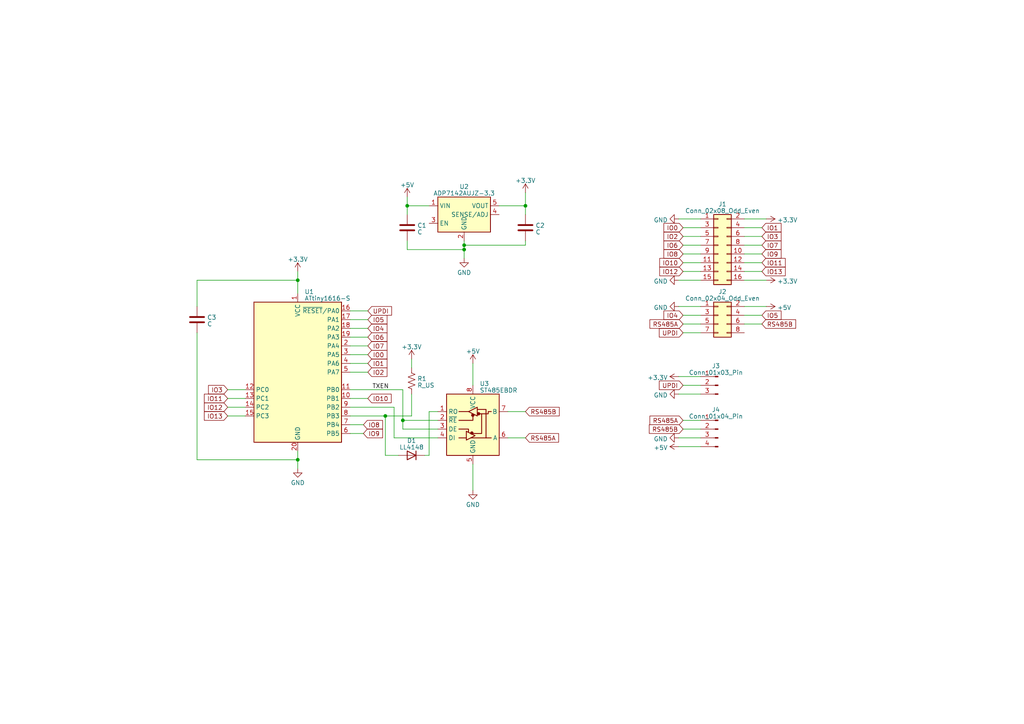
<source format=kicad_sch>
(kicad_sch (version 20230121) (generator eeschema)
  (paper "A4")
  (lib_symbols
    (symbol "Connector:Conn_01x03_Pin" (pin_names (offset 1.016) hide)
      (property "Reference" "J" (at 0 5.08 0))
      (property "Value" "Conn_01x03_Pin" (at 0 -5.08 0))
      (symbol "Conn_01x03_Pin_1_1"
        (polyline (pts (xy 1.27 -2.54) (xy 0.8636 -2.54)) (stroke (width 0.1524)))
        (polyline (pts (xy 1.27 0) (xy 0.8636 0)) (stroke (width 0.1524)))
        (polyline (pts (xy 1.27 2.54) (xy 0.8636 2.54)) (stroke (width 0.1524)))
        (rectangle (start 0.8636 -2.413) (end 0 -2.667) (stroke (width 0.1524)) (fill (type outline)))
        (rectangle (start 0.8636 0.127) (end 0 -0.127) (stroke (width 0.1524)) (fill (type outline)))
        (rectangle (start 0.8636 2.667) (end 0 2.413) (stroke (width 0.1524)) (fill (type outline)))
        (pin passive line (at 5.08 2.54 180) (length 3.81) (name "Pin_1") (number "1"))
        (pin passive line (at 5.08 0 180) (length 3.81) (name "Pin_2") (number "2"))
        (pin passive line (at 5.08 -2.54 180) (length 3.81) (name "Pin_3") (number "3"))
      )
    )
    (symbol "Connector:Conn_01x04_Pin" (pin_names (offset 1.016) hide)
      (property "Reference" "J" (at 0 5.08 0))
      (property "Value" "Conn_01x04_Pin" (at 0 -7.62 0))
      (symbol "Conn_01x04_Pin_1_1"
        (polyline (pts (xy 1.27 -5.08) (xy 0.8636 -5.08)) (stroke (width 0.1524)))
        (polyline (pts (xy 1.27 -2.54) (xy 0.8636 -2.54)) (stroke (width 0.1524)))
        (polyline (pts (xy 1.27 0) (xy 0.8636 0)) (stroke (width 0.1524)))
        (polyline (pts (xy 1.27 2.54) (xy 0.8636 2.54)) (stroke (width 0.1524)))
        (rectangle (start 0.8636 -4.953) (end 0 -5.207) (stroke (width 0.1524)) (fill (type outline)))
        (rectangle (start 0.8636 -2.413) (end 0 -2.667) (stroke (width 0.1524)) (fill (type outline)))
        (rectangle (start 0.8636 0.127) (end 0 -0.127) (stroke (width 0.1524)) (fill (type outline)))
        (rectangle (start 0.8636 2.667) (end 0 2.413) (stroke (width 0.1524)) (fill (type outline)))
        (pin passive line (at 5.08 2.54 180) (length 3.81) (name "Pin_1") (number "1"))
        (pin passive line (at 5.08 0 180) (length 3.81) (name "Pin_2") (number "2"))
        (pin passive line (at 5.08 -2.54 180) (length 3.81) (name "Pin_3") (number "3"))
        (pin passive line (at 5.08 -5.08 180) (length 3.81) (name "Pin_4") (number "4"))
      )
    )
    (symbol "Connector_Generic:Conn_02x04_Odd_Even" (pin_names (offset 1.016) hide)
      (property "Reference" "J" (at 1.27 5.08 0))
      (property "Value" "Conn_02x04_Odd_Even" (at 1.27 -7.62 0))
      (symbol "Conn_02x04_Odd_Even_1_1"
        (rectangle (start -1.27 -4.953) (end 0 -5.207) (stroke (width 0.1524)))
        (rectangle (start -1.27 -2.413) (end 0 -2.667) (stroke (width 0.1524)))
        (rectangle (start -1.27 0.127) (end 0 -0.127) (stroke (width 0.1524)))
        (rectangle (start -1.27 2.667) (end 0 2.413) (stroke (width 0.1524)))
        (rectangle (start -1.27 3.81) (end 3.81 -6.35) (stroke (width 0.254)) (fill (type background)))
        (rectangle (start 3.81 -4.953) (end 2.54 -5.207) (stroke (width 0.1524)))
        (rectangle (start 3.81 -2.413) (end 2.54 -2.667) (stroke (width 0.1524)))
        (rectangle (start 3.81 0.127) (end 2.54 -0.127) (stroke (width 0.1524)))
        (rectangle (start 3.81 2.667) (end 2.54 2.413) (stroke (width 0.1524)))
        (pin passive line (at -5.08 2.54 0) (length 3.81) (name "Pin_1") (number "1"))
        (pin passive line (at 7.62 2.54 180) (length 3.81) (name "Pin_2") (number "2"))
        (pin passive line (at -5.08 0 0) (length 3.81) (name "Pin_3") (number "3"))
        (pin passive line (at 7.62 0 180) (length 3.81) (name "Pin_4") (number "4"))
        (pin passive line (at -5.08 -2.54 0) (length 3.81) (name "Pin_5") (number "5"))
        (pin passive line (at 7.62 -2.54 180) (length 3.81) (name "Pin_6") (number "6"))
        (pin passive line (at -5.08 -5.08 0) (length 3.81) (name "Pin_7") (number "7"))
        (pin passive line (at 7.62 -5.08 180) (length 3.81) (name "Pin_8") (number "8"))
      )
    )
    (symbol "Connector_Generic:Conn_02x08_Odd_Even" (pin_names (offset 1.016) hide)
      (property "Reference" "J" (at 1.27 10.16 0))
      (property "Value" "Conn_02x08_Odd_Even" (at 1.27 -12.7 0))
      (symbol "Conn_02x08_Odd_Even_1_1"
        (rectangle (start -1.27 -10.033) (end 0 -10.287) (stroke (width 0.1524)))
        (rectangle (start -1.27 -7.493) (end 0 -7.747) (stroke (width 0.1524)))
        (rectangle (start -1.27 -4.953) (end 0 -5.207) (stroke (width 0.1524)))
        (rectangle (start -1.27 -2.413) (end 0 -2.667) (stroke (width 0.1524)))
        (rectangle (start -1.27 0.127) (end 0 -0.127) (stroke (width 0.1524)))
        (rectangle (start -1.27 2.667) (end 0 2.413) (stroke (width 0.1524)))
        (rectangle (start -1.27 5.207) (end 0 4.953) (stroke (width 0.1524)))
        (rectangle (start -1.27 7.747) (end 0 7.493) (stroke (width 0.1524)))
        (rectangle (start -1.27 8.89) (end 3.81 -11.43) (stroke (width 0.254)) (fill (type background)))
        (rectangle (start 3.81 -10.033) (end 2.54 -10.287) (stroke (width 0.1524)))
        (rectangle (start 3.81 -7.493) (end 2.54 -7.747) (stroke (width 0.1524)))
        (rectangle (start 3.81 -4.953) (end 2.54 -5.207) (stroke (width 0.1524)))
        (rectangle (start 3.81 -2.413) (end 2.54 -2.667) (stroke (width 0.1524)))
        (rectangle (start 3.81 0.127) (end 2.54 -0.127) (stroke (width 0.1524)))
        (rectangle (start 3.81 2.667) (end 2.54 2.413) (stroke (width 0.1524)))
        (rectangle (start 3.81 5.207) (end 2.54 4.953) (stroke (width 0.1524)))
        (rectangle (start 3.81 7.747) (end 2.54 7.493) (stroke (width 0.1524)))
        (pin passive line (at -5.08 7.62 0) (length 3.81) (name "Pin_1") (number "1"))
        (pin passive line (at 7.62 -2.54 180) (length 3.81) (name "Pin_10") (number "10"))
        (pin passive line (at -5.08 -5.08 0) (length 3.81) (name "Pin_11") (number "11"))
        (pin passive line (at 7.62 -5.08 180) (length 3.81) (name "Pin_12") (number "12"))
        (pin passive line (at -5.08 -7.62 0) (length 3.81) (name "Pin_13") (number "13"))
        (pin passive line (at 7.62 -7.62 180) (length 3.81) (name "Pin_14") (number "14"))
        (pin passive line (at -5.08 -10.16 0) (length 3.81) (name "Pin_15") (number "15"))
        (pin passive line (at 7.62 -10.16 180) (length 3.81) (name "Pin_16") (number "16"))
        (pin passive line (at 7.62 7.62 180) (length 3.81) (name "Pin_2") (number "2"))
        (pin passive line (at -5.08 5.08 0) (length 3.81) (name "Pin_3") (number "3"))
        (pin passive line (at 7.62 5.08 180) (length 3.81) (name "Pin_4") (number "4"))
        (pin passive line (at -5.08 2.54 0) (length 3.81) (name "Pin_5") (number "5"))
        (pin passive line (at 7.62 2.54 180) (length 3.81) (name "Pin_6") (number "6"))
        (pin passive line (at -5.08 0 0) (length 3.81) (name "Pin_7") (number "7"))
        (pin passive line (at 7.62 0 180) (length 3.81) (name "Pin_8") (number "8"))
        (pin passive line (at -5.08 -2.54 0) (length 3.81) (name "Pin_9") (number "9"))
      )
    )
    (symbol "Device:C" (pin_numbers hide) (pin_names (offset 0.254))
      (property "Reference" "C" (at 0.635 2.54 0))
      (property "Value" "C" (at 0.635 -2.54 0))
      (symbol "C_0_1"
        (polyline (pts (xy -2.032 -0.762) (xy 2.032 -0.762)) (stroke (width 0.508)))
        (polyline (pts (xy -2.032 0.762) (xy 2.032 0.762)) (stroke (width 0.508)))
      )
      (symbol "C_1_1"
        (pin passive line (at 0 3.81 270) (length 2.794) (name "~") (number "1"))
        (pin passive line (at 0 -3.81 90) (length 2.794) (name "~") (number "2"))
      )
    )
    (symbol "Device:R_US" (pin_numbers hide) (pin_names (offset 0))
      (property "Reference" "R" (at 2.54 0 90))
      (property "Value" "R_US" (at -2.54 0 90))
      (symbol "R_US_0_1"
        (polyline (pts (xy 0 -2.286) (xy 0 -2.54)))
        (polyline (pts (xy 0 2.286) (xy 0 2.54)))
        (polyline (pts (xy 0 -0.762) (xy 1.016 -1.143) (xy 0 -1.524) (xy -1.016 -1.905) (xy 0 -2.286)))
        (polyline (pts (xy 0 0.762) (xy 1.016 0.381) (xy 0 0) (xy -1.016 -0.381) (xy 0 -0.762)))
        (polyline (pts (xy 0 2.286) (xy 1.016 1.905) (xy 0 1.524) (xy -1.016 1.143) (xy 0 0.762)))
      )
      (symbol "R_US_1_1"
        (pin passive line (at 0 3.81 270) (length 1.27) (name "~") (number "1"))
        (pin passive line (at 0 -3.81 90) (length 1.27) (name "~") (number "2"))
      )
    )
    (symbol "Diode:LL4148" (pin_numbers hide) (pin_names hide)
      (property "Reference" "D" (at 0 2.54 0))
      (property "Value" "LL4148" (at 0 -2.54 0))
      (symbol "LL4148_0_1"
        (polyline (pts (xy -1.27 1.27) (xy -1.27 -1.27)) (stroke (width 0.254)))
        (polyline (pts (xy 1.27 0) (xy -1.27 0)))
        (polyline (pts (xy 1.27 1.27) (xy 1.27 -1.27) (xy -1.27 0) (xy 1.27 1.27)) (stroke (width 0.254)))
      )
      (symbol "LL4148_1_1"
        (pin passive line (at -3.81 0 0) (length 2.54) (name "K") (number "1"))
        (pin passive line (at 3.81 0 180) (length 2.54) (name "A") (number "2"))
      )
    )
    (symbol "Interface_UART:ST485EBDR"
      (property "Reference" "U" (at -6.35 8.89 0))
      (property "Value" "ST485EBDR" (at 1.27 8.89 0))
      (symbol "ST485EBDR_0_1"
        (rectangle (start -7.62 7.62) (end 7.62 -10.16) (stroke (width 0.254)) (fill (type background)))
        (circle (center -0.3048 -3.683) (radius 0.3556) (stroke (width 0.254)) (fill (type outline)))
        (circle (center -0.0254 1.4986) (radius 0.3556) (stroke (width 0.254)) (fill (type outline)))
        (polyline (pts (xy -4.064 -5.08) (xy -1.905 -5.08)) (stroke (width 0.254)))
        (polyline (pts (xy -4.064 2.54) (xy -1.27 2.54)) (stroke (width 0.254)))
        (polyline (pts (xy -1.27 -3.2004) (xy -1.27 -3.4544)) (stroke (width 0.254)))
        (polyline (pts (xy -0.635 -5.08) (xy 5.334 -5.08)) (stroke (width 0.254)))
        (polyline (pts (xy -4.064 -2.54) (xy -1.27 -2.54) (xy -1.27 -3.175)) (stroke (width 0.254)))
        (polyline (pts (xy 0 1.27) (xy 0 0) (xy -4.064 0)) (stroke (width 0.254)))
        (polyline (pts (xy 1.27 3.175) (xy 3.81 3.175) (xy 3.81 -5.08)) (stroke (width 0.254)))
        (polyline (pts (xy 2.54 1.905) (xy 2.54 -3.81) (xy 0 -3.81)) (stroke (width 0.254)))
        (polyline (pts (xy -1.905 -3.175) (xy -1.905 -5.715) (xy 0.635 -4.445) (xy -1.905 -3.175)) (stroke (width 0.254)))
        (polyline (pts (xy -1.27 2.54) (xy 1.27 3.81) (xy 1.27 1.27) (xy -1.27 2.54)) (stroke (width 0.254)))
        (polyline (pts (xy 1.905 1.905) (xy 4.445 1.905) (xy 4.445 2.54) (xy 5.334 2.54)) (stroke (width 0.254)))
        (rectangle (start 1.27 3.175) (end 1.27 3.175))
        (circle (center 1.651 1.905) (radius 0.3556) (stroke (width 0.254)) (fill (type outline)))
      )
      (symbol "ST485EBDR_1_1"
        (pin output line (at -10.16 2.54 0) (length 2.54) (name "RO") (number "1"))
        (pin input line (at -10.16 0 0) (length 2.54) (name "~{RE}") (number "2"))
        (pin input line (at -10.16 -2.54 0) (length 2.54) (name "DE") (number "3"))
        (pin input line (at -10.16 -5.08 0) (length 2.54) (name "DI") (number "4"))
        (pin power_in line (at 0 -12.7 90) (length 2.54) (name "GND") (number "5"))
        (pin bidirectional line (at 10.16 -5.08 180) (length 2.54) (name "A") (number "6"))
        (pin bidirectional line (at 10.16 2.54 180) (length 2.54) (name "B") (number "7"))
        (pin power_in line (at 0 10.16 270) (length 2.54) (name "VCC") (number "8"))
      )
    )
    (symbol "MCU_Microchip_ATtiny:ATtiny1616-S"
      (property "Reference" "U" (at -12.7 21.59 0))
      (property "Value" "ATtiny1616-S" (at 2.54 -21.59 0))
      (symbol "ATtiny1616-S_0_1"
        (rectangle (start -12.7 -20.32) (end 12.7 20.32) (stroke (width 0.254)) (fill (type background)))
      )
      (symbol "ATtiny1616-S_1_1"
        (pin power_in line (at 0 22.86 270) (length 2.54) (name "VCC") (number "1"))
        (pin bidirectional line (at 15.24 -7.62 180) (length 2.54) (name "PB1") (number "10"))
        (pin bidirectional line (at 15.24 -5.08 180) (length 2.54) (name "PB0") (number "11"))
        (pin bidirectional line (at -15.24 -5.08 0) (length 2.54) (name "PC0") (number "12"))
        (pin bidirectional line (at -15.24 -7.62 0) (length 2.54) (name "PC1") (number "13"))
        (pin bidirectional line (at -15.24 -10.16 0) (length 2.54) (name "PC2") (number "14"))
        (pin bidirectional line (at -15.24 -12.7 0) (length 2.54) (name "PC3") (number "15"))
        (pin bidirectional line (at 15.24 17.78 180) (length 2.54) (name "~{RESET}/PA0") (number "16"))
        (pin bidirectional line (at 15.24 15.24 180) (length 2.54) (name "PA1") (number "17"))
        (pin bidirectional line (at 15.24 12.7 180) (length 2.54) (name "PA2") (number "18"))
        (pin bidirectional line (at 15.24 10.16 180) (length 2.54) (name "PA3") (number "19"))
        (pin bidirectional line (at 15.24 7.62 180) (length 2.54) (name "PA4") (number "2"))
        (pin power_in line (at 0 -22.86 90) (length 2.54) (name "GND") (number "20"))
        (pin bidirectional line (at 15.24 5.08 180) (length 2.54) (name "PA5") (number "3"))
        (pin bidirectional line (at 15.24 2.54 180) (length 2.54) (name "PA6") (number "4"))
        (pin bidirectional line (at 15.24 0 180) (length 2.54) (name "PA7") (number "5"))
        (pin bidirectional line (at 15.24 -17.78 180) (length 2.54) (name "PB5") (number "6"))
        (pin bidirectional line (at 15.24 -15.24 180) (length 2.54) (name "PB4") (number "7"))
        (pin bidirectional line (at 15.24 -12.7 180) (length 2.54) (name "PB3") (number "8"))
        (pin bidirectional line (at 15.24 -10.16 180) (length 2.54) (name "PB2") (number "9"))
      )
    )
    (symbol "Regulator_Linear:ADP7142AUJZ-3.3"
      (property "Reference" "U" (at 0 8.89 0))
      (property "Value" "ADP7142AUJZ-3.3" (at 0 6.35 0))
      (symbol "ADP7142AUJZ-3.3_0_1"
        (rectangle (start -7.62 5.08) (end 7.62 -5.08) (stroke (width 0.254)) (fill (type background)))
      )
      (symbol "ADP7142AUJZ-3.3_1_1"
        (pin power_in line (at -10.16 2.54 0) (length 2.54) (name "VIN") (number "1"))
        (pin power_in line (at 0 -7.62 90) (length 2.54) (name "GND") (number "2"))
        (pin input line (at -10.16 -2.54 0) (length 2.54) (name "EN") (number "3"))
        (pin input line (at 10.16 0 180) (length 2.54) (name "SENSE/ADJ") (number "4"))
        (pin power_out line (at 10.16 2.54 180) (length 2.54) (name "VOUT") (number "5"))
      )
    )
    (symbol "power:+3.3V" (power) (pin_names (offset 0))
      (property "Value" "+3.3V" (at 0 3.556 0))
      (symbol "+3.3V_0_1"
        (polyline (pts (xy -0.762 1.27) (xy 0 2.54)))
        (polyline (pts (xy 0 0) (xy 0 2.54)))
        (polyline (pts (xy 0 2.54) (xy 0.762 1.27)))
      )
      (symbol "+3.3V_1_1"
        (pin power_in line (at 0 0 90) (length 0) hide (name "+3.3V") (number "1"))
      )
    )
    (symbol "power:+5V" (power) (pin_names (offset 0))
      (property "Value" "+5V" (at 0 3.556 0))
      (symbol "+5V_0_1"
        (polyline (pts (xy -0.762 1.27) (xy 0 2.54)))
        (polyline (pts (xy 0 0) (xy 0 2.54)))
        (polyline (pts (xy 0 2.54) (xy 0.762 1.27)))
      )
      (symbol "+5V_1_1"
        (pin power_in line (at 0 0 90) (length 0) hide (name "+5V") (number "1"))
      )
    )
    (symbol "power:GND" (power) (pin_names (offset 0))
      (property "Value" "GND" (at 0 -3.81 0))
      (symbol "GND_0_1"
        (polyline (pts (xy 0 0) (xy 0 -1.27) (xy 1.27 -1.27) (xy 0 -2.54) (xy -1.27 -1.27) (xy 0 -1.27)))
      )
      (symbol "GND_1_1"
        (pin power_in line (at 0 0 270) (length 0) hide (name "GND") (number "1"))
      )
    )
  )
  (junction (at 134.62 72.39))
  (junction (at 111.76 120.65))
  (junction (at 116.84 121.92))
  (junction (at 86.36 81.28))
  (junction (at 118.11 59.69))
  (junction (at 86.36 133.35))
  (junction (at 134.62 71.12))
  (junction (at 152.4 59.69))
  (wire (pts (xy 137.16 105.41) (xy 137.16 111.76)))
  (wire (pts (xy 116.84 113.03) (xy 116.84 121.92)))
  (wire (pts (xy 137.16 134.62) (xy 137.16 142.24)))
  (wire (pts (xy 111.76 132.08) (xy 115.57 132.08)))
  (wire (pts (xy 101.6 120.65) (xy 111.76 120.65)))
  (wire (pts (xy 127 127) (xy 114.3 127)))
  (wire (pts (xy 196.85 127) (xy 203.2 127)))
  (wire (pts (xy 196.85 129.54) (xy 203.2 129.54)))
  (wire (pts (xy 203.2 121.92) (xy 198.12 121.92)))
  (wire (pts (xy 203.2 96.52) (xy 198.12 96.52)))
  (wire (pts (xy 119.38 104.14) (xy 119.38 106.68)))
  (wire (pts (xy 147.32 127) (xy 152.4 127)))
  (wire (pts (xy 147.32 119.38) (xy 152.4 119.38)))
  (wire (pts (xy 215.9 93.98) (xy 220.98 93.98)))
  (wire (pts (xy 215.9 76.2) (xy 220.98 76.2)))
  (wire (pts (xy 101.6 115.57) (xy 106.68 115.57)))
  (wire (pts (xy 101.6 92.71) (xy 106.68 92.71)))
  (wire (pts (xy 215.9 73.66) (xy 220.98 73.66)))
  (wire (pts (xy 152.4 59.69) (xy 152.4 62.23)))
  (wire (pts (xy 118.11 72.39) (xy 134.62 72.39)))
  (wire (pts (xy 57.15 88.9) (xy 57.15 81.28)))
  (wire (pts (xy 101.6 97.79) (xy 106.68 97.79)))
  (wire (pts (xy 203.2 93.98) (xy 198.12 93.98)))
  (wire (pts (xy 196.85 109.22) (xy 203.2 109.22)))
  (wire (pts (xy 203.2 71.12) (xy 198.12 71.12)))
  (wire (pts (xy 101.6 105.41) (xy 106.68 105.41)))
  (wire (pts (xy 114.3 127) (xy 114.3 118.11)))
  (wire (pts (xy 215.9 81.28) (xy 222.25 81.28)))
  (wire (pts (xy 57.15 96.52) (xy 57.15 133.35)))
  (wire (pts (xy 203.2 91.44) (xy 198.12 91.44)))
  (wire (pts (xy 86.36 130.81) (xy 86.36 133.35)))
  (wire (pts (xy 203.2 66.04) (xy 198.12 66.04)))
  (wire (pts (xy 152.4 55.88) (xy 152.4 59.69)))
  (wire (pts (xy 203.2 111.76) (xy 198.12 111.76)))
  (wire (pts (xy 118.11 69.85) (xy 118.11 72.39)))
  (wire (pts (xy 101.6 95.25) (xy 106.68 95.25)))
  (wire (pts (xy 57.15 81.28) (xy 86.36 81.28)))
  (wire (pts (xy 203.2 68.58) (xy 198.12 68.58)))
  (wire (pts (xy 196.85 114.3) (xy 203.2 114.3)))
  (wire (pts (xy 57.15 133.35) (xy 86.36 133.35)))
  (wire (pts (xy 203.2 78.74) (xy 198.12 78.74)))
  (wire (pts (xy 203.2 76.2) (xy 198.12 76.2)))
  (wire (pts (xy 152.4 59.69) (xy 144.78 59.69)))
  (wire (pts (xy 124.46 132.08) (xy 124.46 119.38)))
  (wire (pts (xy 196.85 81.28) (xy 203.2 81.28)))
  (wire (pts (xy 101.6 113.03) (xy 116.84 113.03)))
  (wire (pts (xy 101.6 125.73) (xy 105.41 125.73)))
  (wire (pts (xy 215.9 91.44) (xy 220.98 91.44)))
  (wire (pts (xy 196.85 88.9) (xy 203.2 88.9)))
  (wire (pts (xy 116.84 124.46) (xy 116.84 121.92)))
  (wire (pts (xy 101.6 123.19) (xy 105.41 123.19)))
  (wire (pts (xy 86.36 133.35) (xy 86.36 135.89)))
  (wire (pts (xy 215.9 68.58) (xy 220.98 68.58)))
  (wire (pts (xy 124.46 119.38) (xy 127 119.38)))
  (wire (pts (xy 101.6 100.33) (xy 106.68 100.33)))
  (wire (pts (xy 215.9 88.9) (xy 222.25 88.9)))
  (wire (pts (xy 71.12 118.11) (xy 66.04 118.11)))
  (wire (pts (xy 101.6 107.95) (xy 106.68 107.95)))
  (wire (pts (xy 101.6 90.17) (xy 106.68 90.17)))
  (wire (pts (xy 134.62 72.39) (xy 134.62 74.93)))
  (wire (pts (xy 196.85 63.5) (xy 203.2 63.5)))
  (wire (pts (xy 119.38 120.65) (xy 111.76 120.65)))
  (wire (pts (xy 152.4 69.85) (xy 152.4 71.12)))
  (wire (pts (xy 127 124.46) (xy 116.84 124.46)))
  (wire (pts (xy 215.9 63.5) (xy 222.25 63.5)))
  (wire (pts (xy 118.11 59.69) (xy 124.46 59.69)))
  (wire (pts (xy 116.84 121.92) (xy 127 121.92)))
  (wire (pts (xy 86.36 81.28) (xy 86.36 85.09)))
  (wire (pts (xy 118.11 59.69) (xy 118.11 62.23)))
  (wire (pts (xy 215.9 66.04) (xy 220.98 66.04)))
  (wire (pts (xy 215.9 71.12) (xy 220.98 71.12)))
  (wire (pts (xy 71.12 113.03) (xy 66.04 113.03)))
  (wire (pts (xy 119.38 114.3) (xy 119.38 120.65)))
  (wire (pts (xy 134.62 69.85) (xy 134.62 71.12)))
  (wire (pts (xy 203.2 124.46) (xy 198.12 124.46)))
  (wire (pts (xy 71.12 120.65) (xy 66.04 120.65)))
  (wire (pts (xy 111.76 120.65) (xy 111.76 132.08)))
  (wire (pts (xy 203.2 73.66) (xy 198.12 73.66)))
  (wire (pts (xy 71.12 115.57) (xy 66.04 115.57)))
  (wire (pts (xy 86.36 78.74) (xy 86.36 81.28)))
  (wire (pts (xy 114.3 118.11) (xy 101.6 118.11)))
  (wire (pts (xy 215.9 78.74) (xy 220.98 78.74)))
  (wire (pts (xy 123.19 132.08) (xy 124.46 132.08)))
  (wire (pts (xy 134.62 71.12) (xy 134.62 72.39)))
  (wire (pts (xy 118.11 57.15) (xy 118.11 59.69)))
  (wire (pts (xy 101.6 102.87) (xy 106.68 102.87)))
  (wire (pts (xy 152.4 71.12) (xy 134.62 71.12)))
  (label "TXEN" (at 107.95 113.03 0))
  (global_label "RS485A" (shape input) (at 198.12 121.92 180) (property "Intersheetrefs" "${INTERSHEET_REFS}" (effects hide)))
  (global_label "RS485B" (shape input) (at 152.4 119.38 0) (property "Intersheetrefs" "${INTERSHEET_REFS}" (effects hide)))
  (global_label "IO8" (shape input) (at 198.12 73.66 180) (property "Intersheetrefs" "${INTERSHEET_REFS}" (effects hide)))
  (global_label "IO5" (shape input) (at 220.98 91.44 0) (property "Intersheetrefs" "${INTERSHEET_REFS}" (effects hide)))
  (global_label "IO10" (shape input) (at 106.68 115.57 0) (property "Intersheetrefs" "${INTERSHEET_REFS}" (effects hide)))
  (global_label "IO12" (shape input) (at 66.04 118.11 180) (property "Intersheetrefs" "${INTERSHEET_REFS}" (effects hide)))
  (global_label "RS485A" (shape input) (at 152.4 127 0) (property "Intersheetrefs" "${INTERSHEET_REFS}" (effects hide)))
  (global_label "IO4" (shape input) (at 106.68 95.25 0) (property "Intersheetrefs" "${INTERSHEET_REFS}" (effects hide)))
  (global_label "UPDI" (shape input) (at 106.68 90.17 0) (property "Intersheetrefs" "${INTERSHEET_REFS}" (effects hide)))
  (global_label "IO7" (shape input) (at 106.68 100.33 0) (property "Intersheetrefs" "${INTERSHEET_REFS}" (effects hide)))
  (global_label "IO13" (shape input) (at 220.98 78.74 0) (property "Intersheetrefs" "${INTERSHEET_REFS}" (effects hide)))
  (global_label "IO13" (shape input) (at 66.04 120.65 180) (property "Intersheetrefs" "${INTERSHEET_REFS}" (effects hide)))
  (global_label "IO0" (shape input) (at 106.68 102.87 0) (property "Intersheetrefs" "${INTERSHEET_REFS}" (effects hide)))
  (global_label "UPDI" (shape input) (at 198.12 96.52 180) (property "Intersheetrefs" "${INTERSHEET_REFS}" (effects hide)))
  (global_label "IO0" (shape input) (at 198.12 66.04 180) (property "Intersheetrefs" "${INTERSHEET_REFS}" (effects hide)))
  (global_label "UPDI" (shape input) (at 198.12 111.76 180) (property "Intersheetrefs" "${INTERSHEET_REFS}" (effects hide)))
  (global_label "IO2" (shape input) (at 106.68 107.95 0) (property "Intersheetrefs" "${INTERSHEET_REFS}" (effects hide)))
  (global_label "RS485A" (shape input) (at 198.12 93.98 180) (property "Intersheetrefs" "${INTERSHEET_REFS}" (effects hide)))
  (global_label "IO4" (shape input) (at 198.12 91.44 180) (property "Intersheetrefs" "${INTERSHEET_REFS}" (effects hide)))
  (global_label "IO9" (shape input) (at 220.98 73.66 0) (property "Intersheetrefs" "${INTERSHEET_REFS}" (effects hide)))
  (global_label "IO7" (shape input) (at 220.98 71.12 0) (property "Intersheetrefs" "${INTERSHEET_REFS}" (effects hide)))
  (global_label "IO11" (shape input) (at 220.98 76.2 0) (property "Intersheetrefs" "${INTERSHEET_REFS}" (effects hide)))
  (global_label "IO8" (shape input) (at 105.41 123.19 0) (property "Intersheetrefs" "${INTERSHEET_REFS}" (effects hide)))
  (global_label "IO3" (shape input) (at 220.98 68.58 0) (property "Intersheetrefs" "${INTERSHEET_REFS}" (effects hide)))
  (global_label "IO10" (shape input) (at 198.12 76.2 180) (property "Intersheetrefs" "${INTERSHEET_REFS}" (effects hide)))
  (global_label "IO6" (shape input) (at 106.68 97.79 0) (property "Intersheetrefs" "${INTERSHEET_REFS}" (effects hide)))
  (global_label "IO1" (shape input) (at 106.68 105.41 0) (property "Intersheetrefs" "${INTERSHEET_REFS}" (effects hide)))
  (global_label "IO9" (shape input) (at 105.41 125.73 0) (property "Intersheetrefs" "${INTERSHEET_REFS}" (effects hide)))
  (global_label "IO2" (shape input) (at 198.12 68.58 180) (property "Intersheetrefs" "${INTERSHEET_REFS}" (effects hide)))
  (global_label "RS485B" (shape input) (at 220.98 93.98 0) (property "Intersheetrefs" "${INTERSHEET_REFS}" (effects hide)))
  (global_label "RS485B" (shape input) (at 198.12 124.46 180) (property "Intersheetrefs" "${INTERSHEET_REFS}" (effects hide)))
  (global_label "IO6" (shape input) (at 198.12 71.12 180) (property "Intersheetrefs" "${INTERSHEET_REFS}" (effects hide)))
  (global_label "IO5" (shape input) (at 106.68 92.71 0) (property "Intersheetrefs" "${INTERSHEET_REFS}" (effects hide)))
  (global_label "IO11" (shape input) (at 66.04 115.57 180) (property "Intersheetrefs" "${INTERSHEET_REFS}" (effects hide)))
  (global_label "IO3" (shape input) (at 66.04 113.03 180) (property "Intersheetrefs" "${INTERSHEET_REFS}" (effects hide)))
  (global_label "IO1" (shape input) (at 220.98 66.04 0) (property "Intersheetrefs" "${INTERSHEET_REFS}" (effects hide)))
  (global_label "IO12" (shape input) (at 198.12 78.74 180) (property "Intersheetrefs" "${INTERSHEET_REFS}" (effects hide)))
  (symbol (lib_id "power:GND") (at 196.85 114.3 270) (unit 1)
    (property "Reference" "#PWR017" (effects hide))
    (property "Value" "GND" (at 193.6751 114.6168 90) (effects (justify right)))
  )
  (symbol (lib_id "power:GND") (at 137.16 142.24 0) (unit 1)
    (property "Reference" "#PWR015" (effects hide))
    (property "Value" "GND" (at 137.16 146.3755 0))
  )
  (symbol (lib_id "power:+3.3V") (at 152.4 55.88 0) (unit 1)
    (property "Reference" "#PWR011" (effects hide))
    (property "Value" "+3.3V" (at 152.4 52.3781 0))
  )
  (symbol (lib_id "power:+5V") (at 222.25 88.9 270) (unit 1)
    (property "Reference" "#PWR08" (effects hide))
    (property "Value" "+5V" (at 225.425 89.2168 90) (effects (justify left)))
  )
  (symbol (lib_id "power:+3.3V") (at 86.36 78.74 0) (unit 1)
    (property "Reference" "#PWR010" (effects hide))
    (property "Value" "+3.3V" (at 86.36 75.2381 0))
  )
  (symbol (lib_id "Device:C") (at 57.15 92.71 0) (unit 1)
    (property "Reference" "C3" (at 60.071 92.0663 0) (effects (justify left)))
    (property "Value" "C" (at 60.071 93.9873 0) (effects (justify left)))
    (property "Footprint" "Capacitor_SMD:C_0805_2012Metric_Pad1.18x1.45mm_HandSolder" (effects hide))
  )
  (symbol (lib_id "Regulator_Linear:ADP7142AUJZ-3.3") (at 134.62 62.23 0) (unit 1)
    (property "Reference" "U2" (at 134.62 54.1401 0))
    (property "Value" "ADP7142AUJZ-3.3" (at 134.62 56.0611 0))
    (property "Footprint" "Package_TO_SOT_SMD:TSOT-23-5" (effects hide))
    (property "Datasheet" "https://www.analog.com/media/en/technical-documentation/data-sheets/ADP7142.pdf" (effects hide))
  )
  (symbol (lib_id "power:+3.3V") (at 196.85 109.22 90) (unit 1)
    (property "Reference" "#PWR016" (effects hide))
    (property "Value" "+3.3V" (at 193.675 109.5368 90) (effects (justify left)))
  )
  (symbol (lib_id "power:GND") (at 86.36 135.89 0) (unit 1)
    (property "Reference" "#PWR09" (effects hide))
    (property "Value" "GND" (at 86.36 140.0255 0))
  )
  (symbol (lib_id "power:+3.3V") (at 119.38 104.14 0) (unit 1)
    (property "Reference" "#PWR04" (effects hide))
    (property "Value" "+3.3V" (at 119.38 100.6381 0))
  )
  (symbol (lib_id "power:GND") (at 196.85 63.5 270) (unit 1)
    (property "Reference" "#PWR02" (effects hide))
    (property "Value" "GND" (at 193.6751 63.8168 90) (effects (justify right)))
  )
  (symbol (lib_id "Connector:Conn_01x04_Pin") (at 208.28 124.46 0) (mirror y) (unit 1)
    (property "Reference" "J4" (at 207.645 118.8339 0))
    (property "Value" "Conn_01x04_Pin" (at 207.645 120.7549 0))
    (property "Footprint" "Connector_JST:JST_PH_S4B-PH-SM4-TB_1x04-1MP_P2.00mm_Horizontal" (effects hide))
  )
  (symbol (lib_id "Connector_Generic:Conn_02x04_Odd_Even") (at 208.28 91.44 0) (unit 1)
    (property "Reference" "J2" (at 209.55 84.6201 0))
    (property "Value" "Conn_02x04_Odd_Even" (at 209.55 86.5411 0))
    (property "Footprint" "Connector_Hirose:Hirose_DF11-8DP-2DSA_2x04_P2.00mm_Vertical" (effects hide))
  )
  (symbol (lib_id "power:+5V") (at 118.11 57.15 0) (unit 1)
    (property "Reference" "#PWR012" (effects hide))
    (property "Value" "+5V" (at 118.11 53.6481 0))
  )
  (symbol (lib_id "power:GND") (at 196.85 127 270) (unit 1)
    (property "Reference" "#PWR018" (effects hide))
    (property "Value" "GND" (at 193.6751 127.3168 90) (effects (justify right)))
  )
  (symbol (lib_id "power:+3.3V") (at 222.25 81.28 270) (unit 1)
    (property "Reference" "#PWR05" (effects hide))
    (property "Value" "+3.3V" (at 225.425 81.5968 90) (effects (justify left)))
  )
  (symbol (lib_id "MCU_Microchip_ATtiny:ATtiny1616-S") (at 86.36 107.95 0) (unit 1)
    (property "Reference" "U1" (at 88.3159 84.6201 0) (effects (justify left)))
    (property "Value" "ATtiny1616-S" (at 88.3159 86.5411 0) (effects (justify left)))
    (property "Footprint" "Package_SO:SOIC-20W_7.5x12.8mm_P1.27mm" (effects hide))
    (property "Datasheet" "http://ww1.microchip.com/downloads/en/DeviceDoc/ATtiny3216_ATtiny1616-data-sheet-40001997B.pdf" (effects hide))
  )
  (symbol (lib_id "Device:C") (at 152.4 66.04 0) (unit 1)
    (property "Reference" "C2" (at 155.321 65.3963 0) (effects (justify left)))
    (property "Value" "C" (at 155.321 67.3173 0) (effects (justify left)))
    (property "Footprint" "Capacitor_SMD:C_0805_2012Metric_Pad1.18x1.45mm_HandSolder" (effects hide))
  )
  (symbol (lib_id "Interface_UART:ST485EBDR") (at 137.16 121.92 0) (unit 1)
    (property "Reference" "U3" (at 139.1159 111.2901 0) (effects (justify left)))
    (property "Value" "ST485EBDR" (at 139.1159 113.2111 0) (effects (justify left)))
    (property "Footprint" "Package_SO:SOIC-8_3.9x4.9mm_P1.27mm" (effects hide))
    (property "Datasheet" "http://www.st.com/resource/en/datasheet/st485eb.pdf" (effects hide))
  )
  (symbol (lib_id "Device:C") (at 118.11 66.04 0) (unit 1)
    (property "Reference" "C1" (at 121.031 65.3963 0) (effects (justify left)))
    (property "Value" "C" (at 121.031 67.3173 0) (effects (justify left)))
    (property "Footprint" "Capacitor_SMD:C_0805_2012Metric_Pad1.18x1.45mm_HandSolder" (effects hide))
  )
  (symbol (lib_id "Connector:Conn_01x03_Pin") (at 208.28 111.76 0) (mirror y) (unit 1)
    (property "Reference" "J3" (at 207.645 106.1339 0))
    (property "Value" "Conn_01x03_Pin" (at 207.645 108.0549 0))
    (property "Footprint" "footprints:JST_ZH_B3B-ZR_1x03_P1.50mm_Vertical" (effects hide))
  )
  (symbol (lib_id "Device:R_US") (at 119.38 110.49 180) (unit 1)
    (property "Reference" "R1" (at 121.031 109.8463 0) (effects (justify right)))
    (property "Value" "R_US" (at 121.031 111.7673 0) (effects (justify right)))
    (property "Footprint" "Resistor_SMD:R_0805_2012Metric_Pad1.20x1.40mm_HandSolder" (effects hide))
  )
  (symbol (lib_id "Diode:LL4148") (at 119.38 132.08 0) (mirror y) (unit 1)
    (property "Reference" "D1" (at 119.38 127.8001 0))
    (property "Value" "LL4148" (at 119.38 129.7211 0))
    (property "Footprint" "Diode_SMD:D_MiniMELF" (effects hide))
    (property "Datasheet" "http://www.vishay.com/docs/85557/ll4148.pdf" (effects hide))
    (property "Sim.Device" "D" (effects hide))
    (property "Sim.Pins" "1=K 2=A" (effects hide))
  )
  (symbol (lib_id "power:GND") (at 196.85 81.28 270) (unit 1)
    (property "Reference" "#PWR01" (effects hide))
    (property "Value" "GND" (at 193.6751 81.5968 90) (effects (justify right)))
  )
  (symbol (lib_id "power:GND") (at 134.62 74.93 0) (unit 1)
    (property "Reference" "#PWR013" (effects hide))
    (property "Value" "GND" (at 134.62 79.0655 0))
  )
  (symbol (lib_id "power:GND") (at 196.85 88.9 270) (unit 1)
    (property "Reference" "#PWR03" (effects hide))
    (property "Value" "GND" (at 193.6751 89.2168 90) (effects (justify right)))
  )
  (symbol (lib_id "power:+3.3V") (at 222.25 63.5 270) (unit 1)
    (property "Reference" "#PWR06" (effects hide))
    (property "Value" "+3.3V" (at 225.425 63.8168 90) (effects (justify left)))
  )
  (symbol (lib_id "Connector_Generic:Conn_02x08_Odd_Even") (at 208.28 71.12 0) (unit 1)
    (property "Reference" "J1" (at 209.55 59.2201 0))
    (property "Value" "Conn_02x08_Odd_Even" (at 209.55 61.1411 0))
    (property "Footprint" "Connector_Hirose:Hirose_DF11-16DP-2DSA_2x08_P2.00mm_Vertical" (effects hide))
  )
  (symbol (lib_id "power:+5V") (at 196.85 129.54 90) (mirror x) (unit 1)
    (property "Reference" "#PWR019" (effects hide))
    (property "Value" "+5V" (at 193.675 129.8568 90) (effects (justify left)))
  )
  (symbol (lib_id "power:+5V") (at 137.16 105.41 0) (unit 1)
    (property "Reference" "#PWR014" (effects hide))
    (property "Value" "+5V" (at 137.16 101.9081 0))
  )
)
</source>
